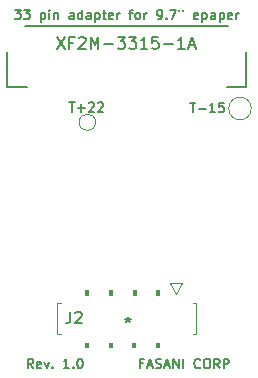
<source format=gbr>
%TF.GenerationSoftware,KiCad,Pcbnew,6.0.7-f9a2dced07~116~ubuntu20.04.1*%
%TF.CreationDate,2022-09-27T22:25:40+02:00*%
%TF.ProjectId,S3-44-to-33-FPC,53332d34-342d-4746-9f2d-33332d465043,1.0*%
%TF.SameCoordinates,Original*%
%TF.FileFunction,Legend,Top*%
%TF.FilePolarity,Positive*%
%FSLAX46Y46*%
G04 Gerber Fmt 4.6, Leading zero omitted, Abs format (unit mm)*
G04 Created by KiCad (PCBNEW 6.0.7-f9a2dced07~116~ubuntu20.04.1) date 2022-09-27 22:25:40*
%MOMM*%
%LPD*%
G01*
G04 APERTURE LIST*
%ADD10C,0.140000*%
%ADD11C,0.150000*%
%ADD12C,0.152400*%
%ADD13C,0.120000*%
%ADD14C,0.100000*%
G04 APERTURE END LIST*
D10*
X114964285Y-117917857D02*
X114697619Y-117917857D01*
X114697619Y-118336904D02*
X114697619Y-117536904D01*
X115078571Y-117536904D01*
X115345238Y-118108333D02*
X115726190Y-118108333D01*
X115269047Y-118336904D02*
X115535714Y-117536904D01*
X115802380Y-118336904D01*
X116030952Y-118298809D02*
X116145238Y-118336904D01*
X116335714Y-118336904D01*
X116411904Y-118298809D01*
X116450000Y-118260714D01*
X116488095Y-118184523D01*
X116488095Y-118108333D01*
X116450000Y-118032142D01*
X116411904Y-117994047D01*
X116335714Y-117955952D01*
X116183333Y-117917857D01*
X116107142Y-117879761D01*
X116069047Y-117841666D01*
X116030952Y-117765476D01*
X116030952Y-117689285D01*
X116069047Y-117613095D01*
X116107142Y-117575000D01*
X116183333Y-117536904D01*
X116373809Y-117536904D01*
X116488095Y-117575000D01*
X116792857Y-118108333D02*
X117173809Y-118108333D01*
X116716666Y-118336904D02*
X116983333Y-117536904D01*
X117250000Y-118336904D01*
X117516666Y-118336904D02*
X117516666Y-117536904D01*
X117973809Y-118336904D01*
X117973809Y-117536904D01*
X118354761Y-118336904D02*
X118354761Y-117536904D01*
X119802380Y-118260714D02*
X119764285Y-118298809D01*
X119650000Y-118336904D01*
X119573809Y-118336904D01*
X119459523Y-118298809D01*
X119383333Y-118222619D01*
X119345238Y-118146428D01*
X119307142Y-117994047D01*
X119307142Y-117879761D01*
X119345238Y-117727380D01*
X119383333Y-117651190D01*
X119459523Y-117575000D01*
X119573809Y-117536904D01*
X119650000Y-117536904D01*
X119764285Y-117575000D01*
X119802380Y-117613095D01*
X120297619Y-117536904D02*
X120450000Y-117536904D01*
X120526190Y-117575000D01*
X120602380Y-117651190D01*
X120640476Y-117803571D01*
X120640476Y-118070238D01*
X120602380Y-118222619D01*
X120526190Y-118298809D01*
X120450000Y-118336904D01*
X120297619Y-118336904D01*
X120221428Y-118298809D01*
X120145238Y-118222619D01*
X120107142Y-118070238D01*
X120107142Y-117803571D01*
X120145238Y-117651190D01*
X120221428Y-117575000D01*
X120297619Y-117536904D01*
X121440476Y-118336904D02*
X121173809Y-117955952D01*
X120983333Y-118336904D02*
X120983333Y-117536904D01*
X121288095Y-117536904D01*
X121364285Y-117575000D01*
X121402380Y-117613095D01*
X121440476Y-117689285D01*
X121440476Y-117803571D01*
X121402380Y-117879761D01*
X121364285Y-117917857D01*
X121288095Y-117955952D01*
X120983333Y-117955952D01*
X121783333Y-118336904D02*
X121783333Y-117536904D01*
X122088095Y-117536904D01*
X122164285Y-117575000D01*
X122202380Y-117613095D01*
X122240476Y-117689285D01*
X122240476Y-117803571D01*
X122202380Y-117879761D01*
X122164285Y-117917857D01*
X122088095Y-117955952D01*
X121783333Y-117955952D01*
X105652380Y-118336904D02*
X105385714Y-117955952D01*
X105195238Y-118336904D02*
X105195238Y-117536904D01*
X105500000Y-117536904D01*
X105576190Y-117575000D01*
X105614285Y-117613095D01*
X105652380Y-117689285D01*
X105652380Y-117803571D01*
X105614285Y-117879761D01*
X105576190Y-117917857D01*
X105500000Y-117955952D01*
X105195238Y-117955952D01*
X106300000Y-118298809D02*
X106223809Y-118336904D01*
X106071428Y-118336904D01*
X105995238Y-118298809D01*
X105957142Y-118222619D01*
X105957142Y-117917857D01*
X105995238Y-117841666D01*
X106071428Y-117803571D01*
X106223809Y-117803571D01*
X106300000Y-117841666D01*
X106338095Y-117917857D01*
X106338095Y-117994047D01*
X105957142Y-118070238D01*
X106604761Y-117803571D02*
X106795238Y-118336904D01*
X106985714Y-117803571D01*
X107290476Y-118260714D02*
X107328571Y-118298809D01*
X107290476Y-118336904D01*
X107252380Y-118298809D01*
X107290476Y-118260714D01*
X107290476Y-118336904D01*
X108700000Y-118336904D02*
X108242857Y-118336904D01*
X108471428Y-118336904D02*
X108471428Y-117536904D01*
X108395238Y-117651190D01*
X108319047Y-117727380D01*
X108242857Y-117765476D01*
X109042857Y-118260714D02*
X109080952Y-118298809D01*
X109042857Y-118336904D01*
X109004761Y-118298809D01*
X109042857Y-118260714D01*
X109042857Y-118336904D01*
X109576190Y-117536904D02*
X109652380Y-117536904D01*
X109728571Y-117575000D01*
X109766666Y-117613095D01*
X109804761Y-117689285D01*
X109842857Y-117841666D01*
X109842857Y-118032142D01*
X109804761Y-118184523D01*
X109766666Y-118260714D01*
X109728571Y-118298809D01*
X109652380Y-118336904D01*
X109576190Y-118336904D01*
X109500000Y-118298809D01*
X109461904Y-118260714D01*
X109423809Y-118184523D01*
X109385714Y-118032142D01*
X109385714Y-117841666D01*
X109423809Y-117689285D01*
X109461904Y-117613095D01*
X109500000Y-117575000D01*
X109576190Y-117536904D01*
X104108333Y-87986904D02*
X104603571Y-87986904D01*
X104336904Y-88291666D01*
X104451190Y-88291666D01*
X104527380Y-88329761D01*
X104565476Y-88367857D01*
X104603571Y-88444047D01*
X104603571Y-88634523D01*
X104565476Y-88710714D01*
X104527380Y-88748809D01*
X104451190Y-88786904D01*
X104222619Y-88786904D01*
X104146428Y-88748809D01*
X104108333Y-88710714D01*
X104870238Y-87986904D02*
X105365476Y-87986904D01*
X105098809Y-88291666D01*
X105213095Y-88291666D01*
X105289285Y-88329761D01*
X105327380Y-88367857D01*
X105365476Y-88444047D01*
X105365476Y-88634523D01*
X105327380Y-88710714D01*
X105289285Y-88748809D01*
X105213095Y-88786904D01*
X104984523Y-88786904D01*
X104908333Y-88748809D01*
X104870238Y-88710714D01*
X106317857Y-88253571D02*
X106317857Y-89053571D01*
X106317857Y-88291666D02*
X106394047Y-88253571D01*
X106546428Y-88253571D01*
X106622619Y-88291666D01*
X106660714Y-88329761D01*
X106698809Y-88405952D01*
X106698809Y-88634523D01*
X106660714Y-88710714D01*
X106622619Y-88748809D01*
X106546428Y-88786904D01*
X106394047Y-88786904D01*
X106317857Y-88748809D01*
X107041666Y-88786904D02*
X107041666Y-88253571D01*
X107041666Y-87986904D02*
X107003571Y-88025000D01*
X107041666Y-88063095D01*
X107079761Y-88025000D01*
X107041666Y-87986904D01*
X107041666Y-88063095D01*
X107422619Y-88253571D02*
X107422619Y-88786904D01*
X107422619Y-88329761D02*
X107460714Y-88291666D01*
X107536904Y-88253571D01*
X107651190Y-88253571D01*
X107727380Y-88291666D01*
X107765476Y-88367857D01*
X107765476Y-88786904D01*
X109098809Y-88786904D02*
X109098809Y-88367857D01*
X109060714Y-88291666D01*
X108984523Y-88253571D01*
X108832142Y-88253571D01*
X108755952Y-88291666D01*
X109098809Y-88748809D02*
X109022619Y-88786904D01*
X108832142Y-88786904D01*
X108755952Y-88748809D01*
X108717857Y-88672619D01*
X108717857Y-88596428D01*
X108755952Y-88520238D01*
X108832142Y-88482142D01*
X109022619Y-88482142D01*
X109098809Y-88444047D01*
X109822619Y-88786904D02*
X109822619Y-87986904D01*
X109822619Y-88748809D02*
X109746428Y-88786904D01*
X109594047Y-88786904D01*
X109517857Y-88748809D01*
X109479761Y-88710714D01*
X109441666Y-88634523D01*
X109441666Y-88405952D01*
X109479761Y-88329761D01*
X109517857Y-88291666D01*
X109594047Y-88253571D01*
X109746428Y-88253571D01*
X109822619Y-88291666D01*
X110546428Y-88786904D02*
X110546428Y-88367857D01*
X110508333Y-88291666D01*
X110432142Y-88253571D01*
X110279761Y-88253571D01*
X110203571Y-88291666D01*
X110546428Y-88748809D02*
X110470238Y-88786904D01*
X110279761Y-88786904D01*
X110203571Y-88748809D01*
X110165476Y-88672619D01*
X110165476Y-88596428D01*
X110203571Y-88520238D01*
X110279761Y-88482142D01*
X110470238Y-88482142D01*
X110546428Y-88444047D01*
X110927380Y-88253571D02*
X110927380Y-89053571D01*
X110927380Y-88291666D02*
X111003571Y-88253571D01*
X111155952Y-88253571D01*
X111232142Y-88291666D01*
X111270238Y-88329761D01*
X111308333Y-88405952D01*
X111308333Y-88634523D01*
X111270238Y-88710714D01*
X111232142Y-88748809D01*
X111155952Y-88786904D01*
X111003571Y-88786904D01*
X110927380Y-88748809D01*
X111536904Y-88253571D02*
X111841666Y-88253571D01*
X111651190Y-87986904D02*
X111651190Y-88672619D01*
X111689285Y-88748809D01*
X111765476Y-88786904D01*
X111841666Y-88786904D01*
X112413095Y-88748809D02*
X112336904Y-88786904D01*
X112184523Y-88786904D01*
X112108333Y-88748809D01*
X112070238Y-88672619D01*
X112070238Y-88367857D01*
X112108333Y-88291666D01*
X112184523Y-88253571D01*
X112336904Y-88253571D01*
X112413095Y-88291666D01*
X112451190Y-88367857D01*
X112451190Y-88444047D01*
X112070238Y-88520238D01*
X112794047Y-88786904D02*
X112794047Y-88253571D01*
X112794047Y-88405952D02*
X112832142Y-88329761D01*
X112870238Y-88291666D01*
X112946428Y-88253571D01*
X113022619Y-88253571D01*
X113784523Y-88253571D02*
X114089285Y-88253571D01*
X113898809Y-88786904D02*
X113898809Y-88101190D01*
X113936904Y-88025000D01*
X114013095Y-87986904D01*
X114089285Y-87986904D01*
X114470238Y-88786904D02*
X114394047Y-88748809D01*
X114355952Y-88710714D01*
X114317857Y-88634523D01*
X114317857Y-88405952D01*
X114355952Y-88329761D01*
X114394047Y-88291666D01*
X114470238Y-88253571D01*
X114584523Y-88253571D01*
X114660714Y-88291666D01*
X114698809Y-88329761D01*
X114736904Y-88405952D01*
X114736904Y-88634523D01*
X114698809Y-88710714D01*
X114660714Y-88748809D01*
X114584523Y-88786904D01*
X114470238Y-88786904D01*
X115079761Y-88786904D02*
X115079761Y-88253571D01*
X115079761Y-88405952D02*
X115117857Y-88329761D01*
X115155952Y-88291666D01*
X115232142Y-88253571D01*
X115308333Y-88253571D01*
X116222619Y-88786904D02*
X116374999Y-88786904D01*
X116451190Y-88748809D01*
X116489285Y-88710714D01*
X116565476Y-88596428D01*
X116603571Y-88444047D01*
X116603571Y-88139285D01*
X116565476Y-88063095D01*
X116527380Y-88025000D01*
X116451190Y-87986904D01*
X116298809Y-87986904D01*
X116222619Y-88025000D01*
X116184523Y-88063095D01*
X116146428Y-88139285D01*
X116146428Y-88329761D01*
X116184523Y-88405952D01*
X116222619Y-88444047D01*
X116298809Y-88482142D01*
X116451190Y-88482142D01*
X116527380Y-88444047D01*
X116565476Y-88405952D01*
X116603571Y-88329761D01*
X116946428Y-88710714D02*
X116984523Y-88748809D01*
X116946428Y-88786904D01*
X116908333Y-88748809D01*
X116946428Y-88710714D01*
X116946428Y-88786904D01*
X117251190Y-87986904D02*
X117784523Y-87986904D01*
X117441666Y-88786904D01*
X118051190Y-87986904D02*
X118051190Y-88139285D01*
X118355952Y-87986904D02*
X118355952Y-88139285D01*
X119613095Y-88748809D02*
X119536904Y-88786904D01*
X119384523Y-88786904D01*
X119308333Y-88748809D01*
X119270238Y-88672619D01*
X119270238Y-88367857D01*
X119308333Y-88291666D01*
X119384523Y-88253571D01*
X119536904Y-88253571D01*
X119613095Y-88291666D01*
X119651190Y-88367857D01*
X119651190Y-88444047D01*
X119270238Y-88520238D01*
X119994047Y-88253571D02*
X119994047Y-89053571D01*
X119994047Y-88291666D02*
X120070238Y-88253571D01*
X120222619Y-88253571D01*
X120298809Y-88291666D01*
X120336904Y-88329761D01*
X120374999Y-88405952D01*
X120374999Y-88634523D01*
X120336904Y-88710714D01*
X120298809Y-88748809D01*
X120222619Y-88786904D01*
X120070238Y-88786904D01*
X119994047Y-88748809D01*
X121060714Y-88786904D02*
X121060714Y-88367857D01*
X121022619Y-88291666D01*
X120946428Y-88253571D01*
X120794047Y-88253571D01*
X120717857Y-88291666D01*
X121060714Y-88748809D02*
X120984523Y-88786904D01*
X120794047Y-88786904D01*
X120717857Y-88748809D01*
X120679761Y-88672619D01*
X120679761Y-88596428D01*
X120717857Y-88520238D01*
X120794047Y-88482142D01*
X120984523Y-88482142D01*
X121060714Y-88444047D01*
X121441666Y-88253571D02*
X121441666Y-89053571D01*
X121441666Y-88291666D02*
X121517857Y-88253571D01*
X121670238Y-88253571D01*
X121746428Y-88291666D01*
X121784523Y-88329761D01*
X121822619Y-88405952D01*
X121822619Y-88634523D01*
X121784523Y-88710714D01*
X121746428Y-88748809D01*
X121670238Y-88786904D01*
X121517857Y-88786904D01*
X121441666Y-88748809D01*
X122470238Y-88748809D02*
X122394047Y-88786904D01*
X122241666Y-88786904D01*
X122165476Y-88748809D01*
X122127380Y-88672619D01*
X122127380Y-88367857D01*
X122165476Y-88291666D01*
X122241666Y-88253571D01*
X122394047Y-88253571D01*
X122470238Y-88291666D01*
X122508333Y-88367857D01*
X122508333Y-88444047D01*
X122127380Y-88520238D01*
X122851190Y-88786904D02*
X122851190Y-88253571D01*
X122851190Y-88405952D02*
X122889285Y-88329761D01*
X122927380Y-88291666D01*
X123003571Y-88253571D01*
X123079761Y-88253571D01*
D11*
%TO.C,J1*%
X107667857Y-90298130D02*
X108334523Y-91298130D01*
X108334523Y-90298130D02*
X107667857Y-91298130D01*
X109048809Y-90774321D02*
X108715476Y-90774321D01*
X108715476Y-91298130D02*
X108715476Y-90298130D01*
X109191666Y-90298130D01*
X109525000Y-90393369D02*
X109572619Y-90345750D01*
X109667857Y-90298130D01*
X109905952Y-90298130D01*
X110001190Y-90345750D01*
X110048809Y-90393369D01*
X110096428Y-90488607D01*
X110096428Y-90583845D01*
X110048809Y-90726702D01*
X109477380Y-91298130D01*
X110096428Y-91298130D01*
X110525000Y-91298130D02*
X110525000Y-90298130D01*
X110858333Y-91012416D01*
X111191666Y-90298130D01*
X111191666Y-91298130D01*
X111667857Y-90917178D02*
X112429761Y-90917178D01*
X112810714Y-90298130D02*
X113429761Y-90298130D01*
X113096428Y-90679083D01*
X113239285Y-90679083D01*
X113334523Y-90726702D01*
X113382142Y-90774321D01*
X113429761Y-90869559D01*
X113429761Y-91107654D01*
X113382142Y-91202892D01*
X113334523Y-91250511D01*
X113239285Y-91298130D01*
X112953571Y-91298130D01*
X112858333Y-91250511D01*
X112810714Y-91202892D01*
X113763095Y-90298130D02*
X114382142Y-90298130D01*
X114048809Y-90679083D01*
X114191666Y-90679083D01*
X114286904Y-90726702D01*
X114334523Y-90774321D01*
X114382142Y-90869559D01*
X114382142Y-91107654D01*
X114334523Y-91202892D01*
X114286904Y-91250511D01*
X114191666Y-91298130D01*
X113905952Y-91298130D01*
X113810714Y-91250511D01*
X113763095Y-91202892D01*
X115334523Y-91298130D02*
X114763095Y-91298130D01*
X115048809Y-91298130D02*
X115048809Y-90298130D01*
X114953571Y-90440988D01*
X114858333Y-90536226D01*
X114763095Y-90583845D01*
X116239285Y-90298130D02*
X115763095Y-90298130D01*
X115715476Y-90774321D01*
X115763095Y-90726702D01*
X115858333Y-90679083D01*
X116096428Y-90679083D01*
X116191666Y-90726702D01*
X116239285Y-90774321D01*
X116286904Y-90869559D01*
X116286904Y-91107654D01*
X116239285Y-91202892D01*
X116191666Y-91250511D01*
X116096428Y-91298130D01*
X115858333Y-91298130D01*
X115763095Y-91250511D01*
X115715476Y-91202892D01*
X116715476Y-90917178D02*
X117477380Y-90917178D01*
X118477380Y-91298130D02*
X117905952Y-91298130D01*
X118191666Y-91298130D02*
X118191666Y-90298130D01*
X118096428Y-90440988D01*
X118001190Y-90536226D01*
X117905952Y-90583845D01*
X118858333Y-91012416D02*
X119334523Y-91012416D01*
X118763095Y-91298130D02*
X119096428Y-90298130D01*
X119429761Y-91298130D01*
D10*
%TO.C,T-15*%
X118939285Y-95861904D02*
X119396428Y-95861904D01*
X119167857Y-96661904D02*
X119167857Y-95861904D01*
X119663095Y-96357142D02*
X120272619Y-96357142D01*
X121072619Y-96661904D02*
X120615476Y-96661904D01*
X120844047Y-96661904D02*
X120844047Y-95861904D01*
X120767857Y-95976190D01*
X120691666Y-96052380D01*
X120615476Y-96090476D01*
X121796428Y-95861904D02*
X121415476Y-95861904D01*
X121377380Y-96242857D01*
X121415476Y-96204761D01*
X121491666Y-96166666D01*
X121682142Y-96166666D01*
X121758333Y-96204761D01*
X121796428Y-96242857D01*
X121834523Y-96319047D01*
X121834523Y-96509523D01*
X121796428Y-96585714D01*
X121758333Y-96623809D01*
X121682142Y-96661904D01*
X121491666Y-96661904D01*
X121415476Y-96623809D01*
X121377380Y-96585714D01*
%TO.C,T+22*%
X108714285Y-95811904D02*
X109171428Y-95811904D01*
X108942857Y-96611904D02*
X108942857Y-95811904D01*
X109438095Y-96307142D02*
X110047619Y-96307142D01*
X109742857Y-96611904D02*
X109742857Y-96002380D01*
X110390476Y-95888095D02*
X110428571Y-95850000D01*
X110504761Y-95811904D01*
X110695238Y-95811904D01*
X110771428Y-95850000D01*
X110809523Y-95888095D01*
X110847619Y-95964285D01*
X110847619Y-96040476D01*
X110809523Y-96154761D01*
X110352380Y-96611904D01*
X110847619Y-96611904D01*
X111152380Y-95888095D02*
X111190476Y-95850000D01*
X111266666Y-95811904D01*
X111457142Y-95811904D01*
X111533333Y-95850000D01*
X111571428Y-95888095D01*
X111609523Y-95964285D01*
X111609523Y-96040476D01*
X111571428Y-96154761D01*
X111114285Y-96611904D01*
X111609523Y-96611904D01*
D11*
%TO.C,J2*%
X108791666Y-113552380D02*
X108791666Y-114266666D01*
X108744047Y-114409523D01*
X108648809Y-114504761D01*
X108505952Y-114552380D01*
X108410714Y-114552380D01*
X109220238Y-113647619D02*
X109267857Y-113600000D01*
X109363095Y-113552380D01*
X109601190Y-113552380D01*
X109696428Y-113600000D01*
X109744047Y-113647619D01*
X109791666Y-113742857D01*
X109791666Y-113838095D01*
X109744047Y-113980952D01*
X109172619Y-114552380D01*
X109791666Y-114552380D01*
X113700000Y-114027380D02*
X113700000Y-114265476D01*
X113461904Y-114170238D02*
X113700000Y-114265476D01*
X113938095Y-114170238D01*
X113557142Y-114455952D02*
X113700000Y-114265476D01*
X113842857Y-114455952D01*
D12*
%TO.C,J1*%
X123696900Y-94542650D02*
X123696900Y-91586090D01*
X103453100Y-94542650D02*
X105115258Y-94542650D01*
X103453100Y-91586090D02*
X103453100Y-94542650D01*
X122176109Y-89386450D02*
X104973891Y-89386450D01*
X122034739Y-94542650D02*
X123696900Y-94542650D01*
D13*
%TO.C,T-15*%
X124125000Y-96350000D02*
G75*
G03*
X124125000Y-96350000I-950000J0D01*
G01*
%TO.C,T+22*%
X110950000Y-97525000D02*
G75*
G03*
X110950000Y-97525000I-700000J0D01*
G01*
%TO.C,J2*%
X117767499Y-112063340D02*
X118251548Y-111125610D01*
X119480100Y-112829200D02*
X119181301Y-112829200D01*
X108018699Y-112829200D02*
X107719900Y-112829200D01*
X119480100Y-115470800D02*
X119480100Y-112829200D01*
X119181301Y-115470800D02*
X119480100Y-115470800D01*
X117291548Y-111115610D02*
X117767499Y-112063340D01*
X118231548Y-111115610D02*
X117291548Y-111115610D01*
X107719900Y-115470800D02*
X108018699Y-115470800D01*
X107719900Y-112829200D02*
X107719900Y-115470800D01*
G36*
X116327000Y-116550300D02*
G01*
X116073000Y-116550300D01*
X116073000Y-116169300D01*
X116327000Y-116169300D01*
X116327000Y-116550300D01*
G37*
D14*
X116327000Y-116550300D02*
X116073000Y-116550300D01*
X116073000Y-116169300D01*
X116327000Y-116169300D01*
X116327000Y-116550300D01*
G36*
X110330000Y-112130300D02*
G01*
X110076000Y-112130300D01*
X110076000Y-111749300D01*
X110330000Y-111749300D01*
X110330000Y-112130300D01*
G37*
X110330000Y-112130300D02*
X110076000Y-112130300D01*
X110076000Y-111749300D01*
X110330000Y-111749300D01*
X110330000Y-112130300D01*
G36*
X114330000Y-112130300D02*
G01*
X114076000Y-112130300D01*
X114076000Y-111749300D01*
X114330000Y-111749300D01*
X114330000Y-112130300D01*
G37*
X114330000Y-112130300D02*
X114076000Y-112130300D01*
X114076000Y-111749300D01*
X114330000Y-111749300D01*
X114330000Y-112130300D01*
G36*
X112330001Y-112130300D02*
G01*
X112076001Y-112130300D01*
X112076001Y-111749300D01*
X112330001Y-111749300D01*
X112330001Y-112130300D01*
G37*
X112330001Y-112130300D02*
X112076001Y-112130300D01*
X112076001Y-111749300D01*
X112330001Y-111749300D01*
X112330001Y-112130300D01*
G36*
X112327000Y-116550300D02*
G01*
X112073000Y-116550300D01*
X112073000Y-116169300D01*
X112327000Y-116169300D01*
X112327000Y-116550300D01*
G37*
X112327000Y-116550300D02*
X112073000Y-116550300D01*
X112073000Y-116169300D01*
X112327000Y-116169300D01*
X112327000Y-116550300D01*
G36*
X114326999Y-116550300D02*
G01*
X114072999Y-116550300D01*
X114072999Y-116169300D01*
X114326999Y-116169300D01*
X114326999Y-116550300D01*
G37*
X114326999Y-116550300D02*
X114072999Y-116550300D01*
X114072999Y-116169300D01*
X114326999Y-116169300D01*
X114326999Y-116550300D01*
G36*
X110326999Y-116550300D02*
G01*
X110072999Y-116550300D01*
X110072999Y-116169300D01*
X110326999Y-116169300D01*
X110326999Y-116550300D01*
G37*
X110326999Y-116550300D02*
X110072999Y-116550300D01*
X110072999Y-116169300D01*
X110326999Y-116169300D01*
X110326999Y-116550300D01*
G36*
X116330001Y-112130300D02*
G01*
X116076001Y-112130300D01*
X116076001Y-111749300D01*
X116330001Y-111749300D01*
X116330001Y-112130300D01*
G37*
X116330001Y-112130300D02*
X116076001Y-112130300D01*
X116076001Y-111749300D01*
X116330001Y-111749300D01*
X116330001Y-112130300D01*
%TD*%
M02*

</source>
